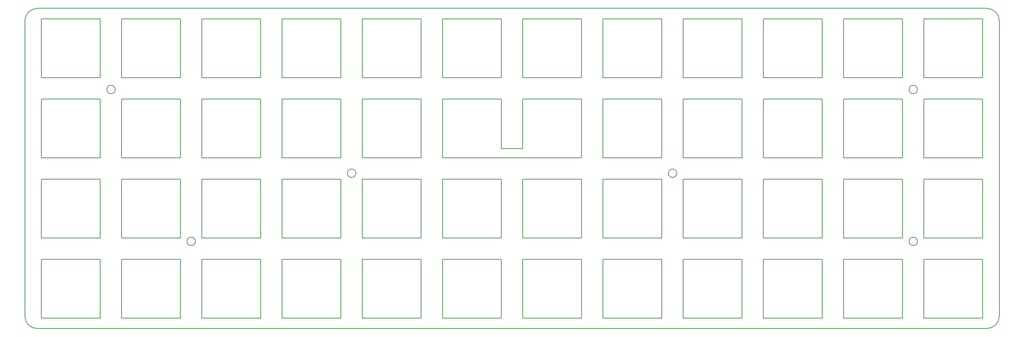
<source format=gbr>
G04 #@! TF.GenerationSoftware,KiCad,Pcbnew,(5.1.10)-1*
G04 #@! TF.CreationDate,2022-09-11T19:43:20-07:00*
G04 #@! TF.ProjectId,ortho Plate,6f727468-6f20-4506-9c61-74652e6b6963,rev?*
G04 #@! TF.SameCoordinates,Original*
G04 #@! TF.FileFunction,Profile,NP*
%FSLAX46Y46*%
G04 Gerber Fmt 4.6, Leading zero omitted, Abs format (unit mm)*
G04 Created by KiCad (PCBNEW (5.1.10)-1) date 2022-09-11 19:43:20*
%MOMM*%
%LPD*%
G01*
G04 APERTURE LIST*
G04 #@! TA.AperFunction,Profile*
%ADD10C,0.200000*%
G04 #@! TD*
G04 APERTURE END LIST*
D10*
X126232920Y-46368080D02*
X126230380Y-34548701D01*
X131280380Y-46368080D02*
X126232920Y-46368080D01*
X202430380Y-34548701D02*
X188430380Y-34548701D01*
X150330380Y-29498700D02*
X164330380Y-29498700D01*
X241465380Y-13023700D02*
X16045380Y-13023700D01*
X183380380Y-34548701D02*
X169380380Y-34548701D01*
X169380380Y-15498700D02*
X169380380Y-29498700D01*
X183380380Y-67598699D02*
X183380380Y-53598700D01*
X93180380Y-15498700D02*
X93180380Y-29498700D01*
X207480380Y-48548700D02*
X221480380Y-48548700D01*
X74130380Y-15498700D02*
X74130380Y-29498700D01*
X50030380Y-72648700D02*
X36030380Y-72648700D01*
X167855380Y-52198700D02*
G75*
G03*
X167855380Y-52198700I-1000000J0D01*
G01*
X183380380Y-29498700D02*
X183380380Y-15498700D01*
X107180380Y-53598700D02*
X93180380Y-53598700D01*
X226530380Y-34548701D02*
X226530380Y-48548700D01*
X150330380Y-86648700D02*
X164330380Y-86648700D01*
X107180380Y-86648700D02*
X107180380Y-72648700D01*
X93180380Y-86648700D02*
X107180380Y-86648700D01*
X145280379Y-34548701D02*
X131280380Y-34548701D01*
X240530380Y-48548700D02*
X240530380Y-34548701D01*
X164330380Y-48548700D02*
X164330380Y-34548701D01*
X36030380Y-34548701D02*
X36030380Y-48548700D01*
X36030380Y-53598700D02*
X36030380Y-67598699D01*
X150330380Y-48548700D02*
X164330380Y-48548700D01*
X207480380Y-29498700D02*
X221480380Y-29498700D01*
X74130380Y-29498700D02*
X88130380Y-29498700D01*
X126230380Y-72648700D02*
X112230381Y-72648700D01*
X164330380Y-72648700D02*
X150330380Y-72648700D01*
X150330380Y-72648700D02*
X150330380Y-86648700D01*
X188430380Y-72648700D02*
X188430380Y-86648700D01*
X188430380Y-53598700D02*
X188430380Y-67598699D01*
X55080380Y-53598700D02*
X55080380Y-67598699D01*
X188430380Y-67598699D02*
X202430380Y-67598699D01*
X221480380Y-48548700D02*
X221480380Y-34548701D01*
X107180380Y-34548701D02*
X93180380Y-34548701D01*
X145280379Y-72648700D02*
X131280380Y-72648700D01*
X131280380Y-72648700D02*
X131280380Y-86648700D01*
X150330380Y-53598700D02*
X150330380Y-67598699D01*
X112230381Y-48548700D02*
X126230380Y-48548700D01*
X36030380Y-48548700D02*
X50030380Y-48548700D01*
X131280380Y-67598699D02*
X145280379Y-67598699D01*
X164330380Y-53598700D02*
X150330380Y-53598700D01*
X69080380Y-72648700D02*
X55080380Y-72648700D01*
X150330380Y-15498700D02*
X150330380Y-29498700D01*
X30980380Y-34548701D02*
X16980380Y-34548701D01*
X50030380Y-86648700D02*
X50030380Y-72648700D01*
X93180380Y-72648700D02*
X93180380Y-86648700D01*
X93180380Y-48548700D02*
X107180380Y-48548700D01*
X112230381Y-29498700D02*
X126230380Y-29498700D01*
X169380380Y-53598700D02*
X169380380Y-67598699D01*
X69080380Y-53598700D02*
X55080380Y-53598700D01*
X202430380Y-72648700D02*
X188430380Y-72648700D01*
X240530380Y-72648700D02*
X226530380Y-72648700D01*
X145280379Y-48548700D02*
X145280379Y-34548701D01*
X169380380Y-67598699D02*
X183380380Y-67598699D01*
X226530380Y-72648700D02*
X226530380Y-86648700D01*
X188430380Y-34548701D02*
X188430380Y-48548700D01*
X126230380Y-15498700D02*
X112230381Y-15498700D01*
X107180380Y-72648700D02*
X93180380Y-72648700D01*
X240530380Y-34548701D02*
X226530380Y-34548701D01*
X244465380Y-86123700D02*
X244465380Y-16023700D01*
X74130380Y-48548700D02*
X88130380Y-48548700D01*
X145280379Y-29498700D02*
X145280379Y-15498700D01*
X169380380Y-48548700D02*
X183380380Y-48548700D01*
X93180380Y-53598700D02*
X93180380Y-67598699D01*
X88130380Y-67598699D02*
X88130380Y-53598700D01*
X207480380Y-67598699D02*
X221480380Y-67598699D01*
X74130380Y-67598699D02*
X88130380Y-67598699D01*
X13045380Y-16023700D02*
G75*
G02*
X16045380Y-13023700I3000000J0D01*
G01*
X88130380Y-34548701D02*
X74130380Y-34548701D01*
X112230381Y-53598700D02*
X112230381Y-67598699D01*
X164330380Y-29498700D02*
X164330380Y-15498700D01*
X126230380Y-53598700D02*
X112230381Y-53598700D01*
X36030380Y-86648700D02*
X50030380Y-86648700D01*
X69080380Y-34548701D02*
X55080380Y-34548701D01*
X55080380Y-86648700D02*
X69080380Y-86648700D01*
X36030380Y-29498700D02*
X50030380Y-29498700D01*
X169380380Y-29498700D02*
X183380380Y-29498700D01*
X55080380Y-67598699D02*
X69080380Y-67598699D01*
X202430380Y-48548700D02*
X202430380Y-34548701D01*
X112230381Y-86648700D02*
X126230380Y-86648700D01*
X226530380Y-53598700D02*
X226530380Y-67598699D01*
X126230380Y-29498700D02*
X126230380Y-15498700D01*
X50030380Y-53598700D02*
X36030380Y-53598700D01*
X221480380Y-15498700D02*
X207480380Y-15498700D01*
X145280379Y-67598699D02*
X145280379Y-53598700D01*
X183380380Y-15498700D02*
X169380380Y-15498700D01*
X188430380Y-86648700D02*
X202430380Y-86648700D01*
X30980380Y-48548700D02*
X30980380Y-34548701D01*
X207480380Y-72648700D02*
X207480380Y-86648700D01*
X112230381Y-15498700D02*
X112230381Y-29498700D01*
X244465380Y-86123700D02*
G75*
G02*
X241465380Y-89123700I-3000000J0D01*
G01*
X36030380Y-15498700D02*
X36030380Y-29498700D01*
X91655380Y-52198700D02*
G75*
G03*
X91655380Y-52198700I-1000000J0D01*
G01*
X169380380Y-86648700D02*
X183380380Y-86648700D01*
X221480380Y-67598699D02*
X221480380Y-53598700D01*
X240530380Y-67598699D02*
X240530380Y-53598700D01*
X36030380Y-72648700D02*
X36030380Y-86648700D01*
X202430380Y-86648700D02*
X202430380Y-72648700D01*
X50030380Y-67598699D02*
X50030380Y-53598700D01*
X69080380Y-29498700D02*
X69080380Y-15498700D01*
X221480380Y-34548701D02*
X207480380Y-34548701D01*
X107180380Y-29498700D02*
X107180380Y-15498700D01*
X16980380Y-86648700D02*
X30980380Y-86648700D01*
X93180380Y-67598699D02*
X107180380Y-67598699D01*
X150330380Y-34548701D02*
X150330380Y-48548700D01*
X131280380Y-15498700D02*
X131280380Y-29498700D01*
X183380380Y-48548700D02*
X183380380Y-34548701D01*
X16980380Y-29498700D02*
X30980380Y-29498700D01*
X188430380Y-15498700D02*
X188430380Y-29498700D01*
X88130380Y-48548700D02*
X88130380Y-34548701D01*
X107180380Y-15498700D02*
X93180380Y-15498700D01*
X50030380Y-29498700D02*
X50030380Y-15498700D01*
X16980380Y-53598700D02*
X16980380Y-67598699D01*
X55080380Y-48548700D02*
X69080380Y-48548700D01*
X145280379Y-86648700D02*
X145280379Y-72648700D01*
X241465380Y-13023700D02*
G75*
G02*
X244465380Y-16023700I0J-3000000D01*
G01*
X164330380Y-67598699D02*
X164330380Y-53598700D01*
X226530380Y-48548700D02*
X240530380Y-48548700D01*
X74130380Y-34548701D02*
X74130380Y-48548700D01*
X16980380Y-15498700D02*
X16980380Y-29498700D01*
X16980380Y-34548701D02*
X16980380Y-48548700D01*
X88130380Y-29498700D02*
X88130380Y-15498700D01*
X169380380Y-34548701D02*
X169380380Y-48548700D01*
X126230380Y-86648700D02*
X126230380Y-72648700D01*
X88130380Y-15498700D02*
X74130380Y-15498700D01*
X131280380Y-34548701D02*
X131280380Y-46368080D01*
X16980380Y-72648700D02*
X16980380Y-86648700D01*
X107180380Y-48548700D02*
X107180380Y-34548701D01*
X74130380Y-86648700D02*
X88130380Y-86648700D01*
X88130380Y-86648700D02*
X88130380Y-72648700D01*
X183380380Y-53598700D02*
X169380380Y-53598700D01*
X202430380Y-53598700D02*
X188430380Y-53598700D01*
X112230381Y-72648700D02*
X112230381Y-86648700D01*
X240530380Y-15498700D02*
X226530380Y-15498700D01*
X164330380Y-34548701D02*
X150330380Y-34548701D01*
X69080380Y-67598699D02*
X69080380Y-53598700D01*
X202430380Y-67598699D02*
X202430380Y-53598700D01*
X164330380Y-86648700D02*
X164330380Y-72648700D01*
X69080380Y-15498700D02*
X55080380Y-15498700D01*
X16045380Y-89123700D02*
X241465380Y-89123700D01*
X30980380Y-29498700D02*
X30980380Y-15498700D01*
X240530380Y-86648700D02*
X240530380Y-72648700D01*
X131280380Y-53598700D02*
X131280380Y-67598699D01*
X150330380Y-67598699D02*
X164330380Y-67598699D01*
X50030380Y-34548701D02*
X36030380Y-34548701D01*
X88130380Y-53598700D02*
X74130380Y-53598700D01*
X69080380Y-48548700D02*
X69080380Y-34548701D01*
X112230381Y-67598699D02*
X126230380Y-67598699D01*
X145280379Y-15498700D02*
X131280380Y-15498700D01*
X53555380Y-68398700D02*
G75*
G03*
X53555380Y-68398700I-1000000J0D01*
G01*
X188430380Y-29498700D02*
X202430380Y-29498700D01*
X126230380Y-48548700D02*
X145280379Y-48548700D01*
X188430380Y-48548700D02*
X202430380Y-48548700D01*
X225005380Y-68398700D02*
G75*
G03*
X225005380Y-68398700I-1000000J0D01*
G01*
X55080380Y-29498700D02*
X69080380Y-29498700D01*
X126230380Y-34548701D02*
X112230381Y-34548701D01*
X202430380Y-15498700D02*
X188430380Y-15498700D01*
X16045380Y-89123700D02*
G75*
G02*
X13045380Y-86123700I0J3000000D01*
G01*
X240530380Y-53598700D02*
X226530380Y-53598700D01*
X202430380Y-29498700D02*
X202430380Y-15498700D01*
X226530380Y-29498700D02*
X240530380Y-29498700D01*
X112230381Y-34548701D02*
X112230381Y-48548700D01*
X221480380Y-86648700D02*
X221480380Y-72648700D01*
X226530380Y-67598699D02*
X240530380Y-67598699D01*
X240530380Y-29498700D02*
X240530380Y-15498700D01*
X131280380Y-29498700D02*
X145280379Y-29498700D01*
X225005380Y-32298700D02*
G75*
G03*
X225005380Y-32298700I-1000000J0D01*
G01*
X30980380Y-86648700D02*
X30980380Y-72648700D01*
X221480380Y-29498700D02*
X221480380Y-15498700D01*
X36030380Y-67598699D02*
X50030380Y-67598699D01*
X34505380Y-32298700D02*
G75*
G03*
X34505380Y-32298700I-1000000J0D01*
G01*
X69080380Y-86648700D02*
X69080380Y-72648700D01*
X55080380Y-72648700D02*
X55080380Y-86648700D01*
X16980380Y-48548700D02*
X30980380Y-48548700D01*
X55080380Y-15498700D02*
X55080380Y-29498700D01*
X145280379Y-53598700D02*
X131280380Y-53598700D01*
X50030380Y-15498700D02*
X36030380Y-15498700D01*
X74130380Y-72648700D02*
X74130380Y-86648700D01*
X30980380Y-15498700D02*
X16980380Y-15498700D01*
X207480380Y-53598700D02*
X207480380Y-67598699D01*
X169380380Y-72648700D02*
X169380380Y-86648700D01*
X88130380Y-72648700D02*
X74130380Y-72648700D01*
X93180380Y-34548701D02*
X93180380Y-48548700D01*
X221480380Y-72648700D02*
X207480380Y-72648700D01*
X221480380Y-53598700D02*
X207480380Y-53598700D01*
X183380380Y-72648700D02*
X169380380Y-72648700D01*
X207480380Y-86648700D02*
X221480380Y-86648700D01*
X183380380Y-86648700D02*
X183380380Y-72648700D01*
X207480380Y-34548701D02*
X207480380Y-48548700D01*
X55080380Y-34548701D02*
X55080380Y-48548700D01*
X30980380Y-72648700D02*
X16980380Y-72648700D01*
X50030380Y-48548700D02*
X50030380Y-34548701D01*
X93180380Y-29498700D02*
X107180380Y-29498700D01*
X226530380Y-86648700D02*
X240530380Y-86648700D01*
X131280380Y-86648700D02*
X145280379Y-86648700D01*
X16980380Y-67598699D02*
X30980380Y-67598699D01*
X74130380Y-53598700D02*
X74130380Y-67598699D01*
X126230380Y-67598699D02*
X126230380Y-53598700D01*
X164330380Y-15498700D02*
X150330380Y-15498700D01*
X207480380Y-15498700D02*
X207480380Y-29498700D01*
X13045380Y-16023700D02*
X13045380Y-86123700D01*
X107180380Y-67598699D02*
X107180380Y-53598700D01*
X30980380Y-67598699D02*
X30980380Y-53598700D01*
X226530380Y-15498700D02*
X226530380Y-29498700D01*
X30980380Y-53598700D02*
X16980380Y-53598700D01*
M02*

</source>
